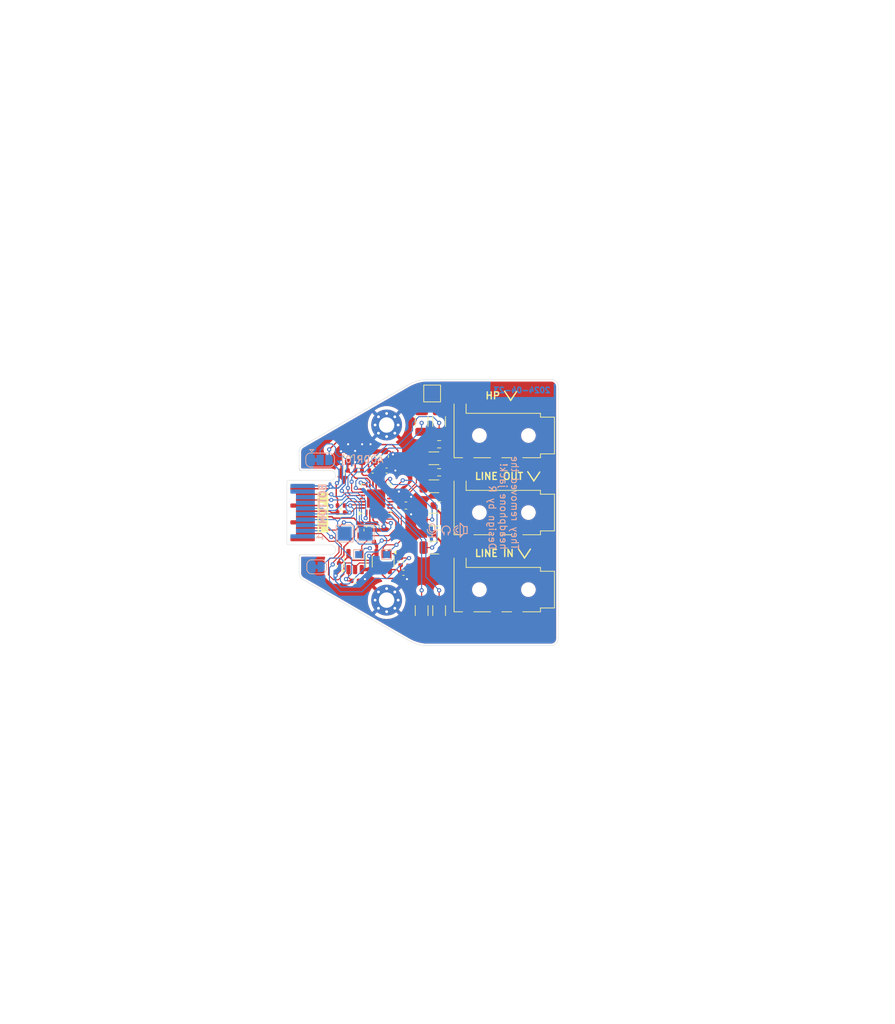
<source format=kicad_pcb>
(kicad_pcb (version 20240108) (generator "pcbnew") (generator_version "8.0")
  (layers (0 "F.Cu" signal) (31 "B.Cu" signal) (34 "B.Paste" user) (35 "F.Paste" user) (36 "B.SilkS" user "B.Silkscreen") (37 "F.SilkS" user "F.Silkscreen") (38 "B.Mask" user) (39 "F.Mask" user) (44 "Edge.Cuts" user))
  (net 0 "")
  (net 1 "Net-(U1-VREF)")
  (net 2 "GND")
  (net 3 "Net-(U1-ADCVREF)")
  (net 4 "/SDA")
  (net 5 "/SCL")
  (net 6 "Net-(U1-VMID)")
  (net 7 "+3.3V")
  (net 8 "Net-(U1-LOUT1)")
  (net 9 "Net-(C13-Pad2)")
  (net 10 "Net-(C14-Pad2)")
  (net 11 "Net-(U1-ROUT1)")
  (net 12 "Net-(U1-LOUT2)")
  (net 13 "Net-(C15-Pad2)")
  (net 14 "Net-(C16-Pad2)")
  (net 15 "/HEXP_DET")
  (net 16 "Net-(U1-ROUT2)")
  (net 17 "Net-(U1-LIN1)")
  (net 18 "/MIC_L")
  (net 19 "/MIC_R")
  (net 20 "Net-(U1-RIN1)")
  (net 21 "Net-(U1-LIN2)")
  (net 22 "/LINEIN_L")
  (net 23 "/LINEIN_R")
  (net 24 "Net-(U1-RIN2)")
  (net 26 "/SCLK")
  (net 27 "/LRCLK")
  (net 29 "/I2S_DATA_SHARED")
  (net 30 "/MCLK")
  (net 31 "/~{OUT_EN}")
  (net 32 "/~{MIC_EN}")
  (net 34 "/HP_L")
  (net 35 "/HP_R")
  (net 36 "/LINEOUT_R")
  (net 37 "/LINEOUT_L")
  (net 38 "Net-(JP2-C)")
  (net 40 "/DSDIN")
  (net 41 "/ASDOUT")
  (footprint "Resistor_SMD:R_0402_1005Metric" (layer "F.Cu") (at 106 100)
    (property "Reference" "R6" (hide yes))
    (property "Value" "10k")
  )
  (footprint "parts:hexpansion-edge-connector" (layer "F.Cu") (at 98.25 100)
    (property "Reference" "J1" (hide yes))
    (property "Value" "Hexpansion-Connector" (hide yes))
    (fp_line (start 0 4.4) (end 0 -4.4) (stroke (width 0.05)) (layer "Edge.Cuts"))
    (fp_line (start 6.25 -6) (end 2 -6) (stroke (width 0.05)) (layer "Edge.Cuts"))
    (fp_line (start 6.25 -4.6) (end 0.2 -4.6) (stroke (width 0.05)) (layer "Edge.Cuts"))
    (fp_line (start 6.25 4.6) (end 0.2 4.6) (stroke (width 0.05)) (layer "Edge.Cuts"))
    (fp_line (start 6.25 6) (end 2 6) (stroke (width 0.05)) (layer "Edge.Cuts"))
    (fp_arc (start 0 -4.4) (mid 0.058579 -4.541421) (end 0.2 -4.6) (stroke (width 0.05)) (layer "Edge.Cuts"))
    (fp_arc (start 0.2 4.6) (mid 0.058579 4.541421) (end 0 4.4) (stroke (width 0.05)) (layer "Edge.Cuts"))
    (fp_arc (start 6.25 -6) (mid 6.744975 -5.794975) (end 6.95 -5.3) (stroke (width 0.05)) (layer "Edge.Cuts"))
    (fp_arc (start 6.25 4.6) (mid 6.744975 4.805025) (end 6.95 5.3) (stroke (width 0.05)) (layer "Edge.Cuts"))
    (fp_arc (start 6.95 -5.3) (mid 6.744975 -4.805025) (end 6.25 -4.6) (stroke (width 0.05)) (layer "Edge.Cuts"))
    (fp_arc (start 6.95 5.3) (mid 6.744975 5.794975) (end 6.25 6) (stroke (width 0.05)) (layer "Edge.Cuts"))
  )
  (footprint "Capacitor_SMD:C_0402_1005Metric" (layer "F.Cu") (at 114.9 108.6)
    (property "Reference" "C22" (hide yes))
    (property "Value" "0.1 uF")
  )
  (footprint "Capacitor_SMD:C_1206_3216Metric" (layer "F.Cu") (at 117.5 114 90)
    (property "Reference" "C20" (hide yes))
    (property "Value" "1 uF")
  )
  (footprint "Capacitor_SMD:C_0603_1608Metric" (layer "F.Cu") (at 110.75 92 90)
    (property "Reference" "C6" (hide yes))
    (property "Value" "10 uF" (hide yes))
  )
  (footprint "Resistor_SMD:R_0603_1608Metric" (layer "F.Cu") (at 120 94.25)
    (property "Reference" "R2" (hide yes))
    (property "Value" "10")
  )
  (footprint "Connector_Audio:Jack_3.5mm_KoreanHropartsElec_PJ-320D-4A_Horizontal" (layer "F.Cu") (at 128 89 180)
    (property "Reference" "J2" (hide yes))
    (property "Value" "AudioJack4" (hide yes))
  )
  (footprint "Capacitor_SMD:C_1206_3216Metric" (layer "F.Cu") (at 119.25 92.25)
    (property "Reference" "C13" (hide yes))
    (property "Value" "47 uF")
  )
  (footprint "Capacitor_SMD:C_0402_1005Metric" (layer "F.Cu") (at 108.5 94 180)
    (property "Reference" "C3" (hide yes))
    (property "Value" "0.1 uF" (hide yes))
  )
  (footprint "Connector_Audio:Jack_3.5mm_KoreanHropartsElec_PJ-320D-4A_Horizontal" (layer "F.Cu") (at 128 111 180)
    (property "Reference" "J4" (hide yes))
    (property "Value" "AudioJack4" (hide yes))
  )
  (footprint "Capacitor_SMD:C_0603_1608Metric" (layer "F.Cu") (at 115.25 99)
    (property "Reference" "C1" (hide yes))
    (property "Value" "10 uF")
  )
  (footprint "Capacitor_SMD:C_1206_3216Metric" (layer "F.Cu") (at 120 114 90)
    (property "Reference" "C19" (hide yes))
    (property "Value" "1 uF")
  )
  (footprint "Package_TO_SOT_SMD:SOT-23-5" (layer "F.Cu") (at 112 107 -90)
    (property "Reference" "U2" (hide yes))
    (property "Value" "74LVC1G125")
  )
  (footprint "Resistor_SMD:R_0603_1608Metric" (layer "F.Cu") (at 120 99)
    (property "Reference" "R4" (hide yes))
    (property "Value" "10")
  )
  (footprint "MountingHole:MountingHole_2.2mm_M2_Pad_Via" (layer "F.Cu") (at 112.5 87.5)
    (property "Reference" "H2" (hide yes))
    (property "Value" "MountingHole_Pad" (hide yes))
  )
  (footprint "Capacitor_SMD:C_0402_1005Metric" (layer "F.Cu") (at 111 102 -90)
    (property "Reference" "C12" (hide yes))
    (property "Value" "0.1 uF")
  )
  (footprint "Capacitor_SMD:C_0603_1608Metric" (layer "F.Cu") (at 109 92 90)
    (property "Reference" "C2" (hide yes))
    (property "Value" "10 uF" (hide yes))
  )
  (footprint "Connector_Audio:Jack_3.5mm_KoreanHropartsElec_PJ-320D-4A_Horizontal" (layer "F.Cu") (at 128 100 180)
    (property "Reference" "J3" (hide yes))
    (property "Value" "AudioJack4" (hide yes))
  )
  (footprint "Capacitor_SMD:C_1206_3216Metric" (layer "F.Cu") (at 119.25 105)
    (property "Reference" "C16" (hide yes))
    (property "Value" "1 uF")
  )
  (footprint "Capacitor_SMD:C_0603_1608Metric" (layer "F.Cu") (at 108.75 102.5 -90)
    (property "Reference" "C10" (hide yes))
    (property "Value" "10 uF")
  )
  (footprint "Resistor_SMD:R_0603_1608Metric" (layer "F.Cu") (at 120 90.25)
    (property "Reference" "R1" (hide yes))
    (property "Value" "10")
  )
  (footprint "parts:QFN-28-1EP_4x4mm_P0.45mm_EP2.6x2.6mm" (layer "F.Cu") (at 111 98 90)
    (property "Reference" "U1" (hide yes))
    (property "Value" "ES8388")
  )
  (footprint "Package_TO_SOT_SMD:SOT-23-5" (layer "F.Cu") (at 108 107 90)
    (property "Reference" "U3" (hide yes))
    (property "Value" "74LVC1G125")
  )
  (footprint "Resistor_SMD:R_0603_1608Metric" (layer "F.Cu") (at 120 103)
    (property "Reference" "R3" (hide yes))
    (property "Value" "10")
  )
  (footprint "Capacitor_SMD:C_1206_3216Metric" (layer "F.Cu") (at 119.25 101)
    (property "Reference" "C15" (hide yes))
    (property "Value" "1 uF")
  )
  (footprint "Resistor_SMD:R_0402_1005Metric" (layer "F.Cu") (at 108 109.75)
    (property "Reference" "R8" (hide yes))
    (property "Value" "10k")
  )
  (footprint "Capacitor_SMD:C_0402_1005Metric" (layer "F.Cu") (at 110.5 94 180)
    (property "Reference" "C7" (hide yes))
    (property "Value" "0.1 uF" (hide yes))
  )
  (footprint "Capacitor_SMD:C_1206_3216Metric" (layer "F.Cu") (at 117.5 87 -90)
    (property "Reference" "C18" (hide yes))
    (property "Value" "1 uF")
  )
  (footprint "Capacitor_SMD:C_0402_1005Metric" (layer "F.Cu") (at 112.5 94)
    (property "Reference" "C9" (hide yes))
    (property "Value" "0.1 uF" (hide yes))
  )
  (footprint "Capacitor_SMD:C_0603_1608Metric" (layer "F.Cu") (at 107 92 90)
    (property "Reference" "C4" (hide yes))
    (property "Value" "10 uF")
  )
  (footprint "Resistor_SMD:R_0402_1005Metric" (layer "F.Cu") (at 114.5 107 90)
    (property "Reference" "R7" (hide yes))
    (property "Value" "10k")
  )
  (footprint "Capacitor_SMD:C_0402_1005Metric" (layer "F.Cu") (at 106.48 94 180)
    (property "Reference" "C5" (hide yes))
    (property "Value" "0.1 uF")
  )
  (footprint "Capacitor_SMD:C_0402_1005Metric" (layer "F.Cu") (at 105.7 107.7 -90)
    (property "Reference" "C21" (hide yes))
    (property "Value" "0.1 uF")
  )
  (footprint "Resistor_SMD:R_0402_1005Metric" (layer "F.Cu") (at 106 99)
    (property "Reference" "R5" (hide yes))
    (property "Value" "10k")
  )
  (footprint "Capacitor_SMD:C_1206_3216Metric" (layer "F.Cu") (at 120 87 -90)
    (property "Reference" "C17" (hide yes))
    (property "Value" "1 uF")
  )
  (footprint "TestPoint:TestPoint_Pad_2.0x2.0mm" (layer "F.Cu") (at 119 83)
    (property "Reference" "TP1" (hide yes))
    (property "Value" "MIC_R")
  )
  (footprint "Capacitor_SMD:C_0603_1608Metric" (layer "F.Cu") (at 112.25 92 90)
    (property "Reference" "C8" (hide yes))
    (property "Value" "10 uF" (hide yes))
  )
  (footprint "Capacitor_SMD:C_0402_1005Metric" (layer "F.Cu") (at 110 102 -90)
    (property "Reference" "C11" (hide yes))
    (property "Value" "0.1 uF")
  )
  (footprint "MountingHole:MountingHole_2.2mm_M2_Pad_Via" (layer "F.Cu") (at 112.5 112.5)
    (property "Reference" "H1" (hide yes))
    (property "Value" "MountingHole_Pad" (hide yes))
  )
  (footprint "Capacitor_SMD:C_1206_3216Metric" (layer "F.Cu") (at 119.25 96.25)
    (property "Reference" "C14" (hide yes))
    (property "Value" "47 uF")
  )
  (footprint "TestPoint:TestPoint_Pad_2.0x2.0mm" (layer "B.Cu") (at 106.5 103 -90)
    (property "Reference" "TP3" (hide yes))
    (property "Value" "SDA")
  )
  (footprint "TestPoint:TestPoint_Pad_1.0x1.0mm" (layer "B.Cu") (at 108.5 106 -90)
    (property "Reference" "TP5" (hide yes))
    (property "Value" "DSDIN")
  )
  (footprint "TestPoint:TestPoint_Pad_2.0x2.0mm" (layer "B.Cu") (at 109.5 103 180)
    (property "Reference" "TP2" (hide yes))
    (property "Value" "SCL")
  )
  (footprint "Jumper:SolderJumper-2_P1.3mm_Bridged_RoundedPad1.0x1.5mm" (layer "B.Cu") (at 102.5 107.75 180)
    (property "Reference" "JP1" (hide yes))
    (property "Value" "SolderJumper_2_Bridged" (hide yes))
  )
  (footprint "TestPoint:TestPoint_Pad_1.0x1.0mm" (layer "B.Cu") (at 112.5 106 -90)
    (property "Reference" "TP4" (hide yes))
    (property "Value" "ASDOUT")
  )
  (footprint "Jumper:SolderJumper-3_P1.3mm_Bridged12_RoundedPad1.0x1.5mm" (layer "B.Cu") (at 103 92.5)
    (property "Reference" "JP2" (hide yes))
    (property "Value" "ADDR_LSB0" (hide yes))
  )
  (gr_arc (start 118.6 102) (mid 119 101.6) (end 119.4 102) (stroke (width 0.15)) (layer "B.SilkS"))
  (gr_line (start 123 103.5) (end 123 101.5) (stroke (width 0.15)) (layer "B.SilkS"))
  (gr_line (start 118.6 102) (end 118.6 102.4) (stroke (width 0.15)) (layer "B.SilkS"))
  (gr_arc (start 119.7 102.4) (mid 119 103.1) (end 118.3 102.4) (stroke (width 0.15)) (layer "B.SilkS"))
  (gr_arc (start 120.7 103) (mid 121 101.916905) (end 121.3 103) (stroke (width 0.15)) (layer "B.SilkS"))
  (gr_line (start 119.4 102) (end 119.4 102.4) (stroke (width 0.15)) (layer "B.SilkS"))
  (gr_line (start 120.7 103.2) (end 120.7 102.8) (stroke (width 0.15)) (layer "B.SilkS"))
  (gr_line (start 124 103) (end 123.5 103) (stroke (width 0.15)) (layer "B.SilkS"))
  (gr_line (start 119.5 103.5) (end 118.5 103.5) (stroke (width 0.15)) (layer "B.SilkS"))
  (gr_line (start 124 102) (end 124 103) (stroke (width 0.15)) (layer "B.SilkS"))
  (gr_line (start 121.3 103.2) (end 121.3 102.8) (stroke (width 0.15)) (layer "B.SilkS"))
  (gr_arc (start 122.7 103.1) (mid 122.1 102.5) (end 122.7 101.9) (stroke (width 0.15)) (layer "B.SilkS"))
  (gr_line (start 123.5 102) (end 123.5 103) (stroke (width 0.15)) (layer "B.SilkS"))
  (gr_line (start 123 101.5) (end 123.5 102) (stroke (width 0.15)) (layer "B.SilkS"))
  (gr_arc (start 122.7 102.8) (mid 122.4 102.5) (end 122.7 102.2) (stroke (width 0.15)) (layer "B.SilkS"))
  (gr_line (start 123.5 102) (end 124 102) (stroke (width 0.15)) (layer "B.SilkS"))
  (gr_arc (start 119.4 102.4) (mid 119 102.8) (end 118.6 102.4) (stroke (width 0.15)) (layer "B.SilkS"))
  (gr_line (start 123.5 103) (end 123 103.5) (stroke (width 0.15)) (layer "B.SilkS"))
  (gr_line (start 119 103.1) (end 119 103.5) (stroke (width 0.15)) (layer "B.SilkS"))
  (gr_line (start 100.5 90.473725) (end 115.499995 81.813472) (stroke (width 0.05)) (layer "Edge.Cuts"))
  (gr_arc (start 100.25 94) (mid 100.073223 93.926777) (end 100 93.75) (stroke (width 0.1)) (layer "Edge.Cuts"))
  (gr_arc (start 136 81) (mid 136.707107 81.292893) (end 137 82) (stroke (width 0.05)) (layer "Edge.Cuts"))
  (gr_line (start 100.5 109.526269) (end 115.499995 118.186522) (stroke (width 0.05)) (layer "Edge.Cuts"))
  (gr_arc (start 118 119) (mid 116.705453 118.730159) (end 115.499996 118.186523) (stroke (width 0.05)) (layer "Edge.Cuts"))
  (gr_line (start 137 82) (end 137 118) (stroke (width 0.05)) (layer "Edge.Cuts"))
  (gr_line (start 100 93.75) (end 100 91.33975) (stroke (width 0.05)) (layer "Edge.Cuts"))
  (gr_line (start 136 81) (end 118 81) (stroke (width 0.05)) (layer "Edge.Cuts"))
  (gr_arc (start 115.499996 81.813477) (mid 116.705453 81.269842) (end 118 81) (stroke (width 0.05)) (layer "Edge.Cuts"))
  (gr_arc (start 100 91.33975) (mid 100.133975 90.83975) (end 100.5 90.473725) (stroke (width 0.05)) (layer "Edge.Cuts"))
  (gr_line (start 100 106.25) (end 100 108.660243) (stroke (width 0.05)) (layer "Edge.Cuts"))
  (gr_arc (start 100 106.25) (mid 100.073223 106.073223) (end 100.25 106) (stroke (width 0.1)) (layer "Edge.Cuts"))
  (gr_line (start 118 119) (end 136 119) (stroke (width 0.05)) (layer "Edge.Cuts"))
  (gr_arc (start 100.5 109.526269) (mid 100.133975 109.160243) (end 100 108.660243) (stroke (width 0.05)) (layer "Edge.Cuts"))
  (gr_arc (start 137 118) (mid 136.707107 118.707107) (end 136 119) (stroke (width 0.05)) (layer "Edge.Cuts"))
  (gr_text "2024-04-23" (at 136 83 0) (layer "B.Cu") (effects (font (size 0.8 0.8) (thickness 0.2)) (justify left bottom mirror)))
  (gr_text "ADDR[0]" (at 105.8 93 0) (layer "B.SilkS") (effects (font (size 1 1)) (justify right bottom mirror)))
  (gr_text "They removed the\nheadphone jack!\nDesign by R" (at 127 105.4 270) (layer "B.SilkS") (effects (font (size 1 1)) (justify left bottom mirror)))
  (gr_text "LINE OUT \\/" (at 125 95.4 0) (layer "F.SilkS") (effects (font (size 1 1) (thickness 0.2)) (justify left bottom)))
  (gr_text "LINE IN \\/" (at 125 106.4 0) (layer "F.SilkS") (effects (font (size 1 1) (thickness 0.2) (bold yes)) (justify left bottom)))
  (gr_text "HP \\/" (at 126.5 83.9 0) (layer "F.SilkS") (effects (font (size 1 1) (thickness 0.2) (bold yes)) (justify left bottom)))
  (segment (start 112.9625 98.45) (end 113.925 98.45) (width 0.2) (layer "F.Cu") (net 1))
  (segment (start 113.925 98.45) (end 114.475 99) (width 0.2) (layer "F.Cu") (net 1))
  (segment (start 111 99.9625) (end 111 98) (width 0.2) (layer "F.Cu") (net 2))
  (segment (start 110.2 90.675) (end 110.2 90.25) (width 0.2) (layer "F.Cu") (net 2))
  (segment (start 111 96.0375) (end 111 95.334314) (width 0.2) (layer "F.Cu") (net 2))
  (segment (start 106 91.25) (end 106 92.8) (width 0.2) (layer "F.Cu") (net 2))
  (segment (start 109.9 92.075) (end 109.9 93.4) (width 0.2) (layer "F.Cu") (net 2))
  (segment (start 112.925 91.225) (end 112.25 91.225) (width 0.2) (layer "F.Cu") (net 2))
  (segment (start 110.75 91.225) (end 109.9 92.075) (width 0.2) (layer "F.Cu") (net 2))
  (segment (start 112.9625 97.1) (end 114.15 97.1) (width 0.2) (layer "F.Cu") (net 2))
  (segment (start 112.1 102) (end 112.1 101.63033) (width 0.2) (layer "F.Cu") (net 2))
  (segment (start 100.5 101.4) (end 98.9 101.4) (width 0.2) (layer "F.Cu") (net 2))
  (segment (start 110 106.2) (end 110.3 106.2) (width 0.2) (layer "F.Cu") (net 2))
  (segment (start 99.709448 101.4) (end 100.5 101.4) (width 0.2) (layer "F.Cu") (net 2))
  (segment (start 98.9 103.8) (end 100.5 103.8) (width 0.2) (layer "F.Cu") (net 2))
  (segment (start 111 100.53033) (end 111 99.9625) (width 0.2) (layer "F.Cu") (net 2))
  (segment (start 109.225 102.8) (end 109.68 102.8) (width 0.2) (layer "F.Cu") (net 2))
  (segment (start 104.5 96.3) (end 104.2 96.6) (width 0.2) (layer "F.Cu") (net 2))
  (segment (start 111.9 97.1) (end 111 98) (width 0.2) (layer "F.Cu") (net 2))
  (segment (start 111 96.0375) (end 111 98) (width 0.2) (layer "F.Cu") (net 2))
  (segment (start 108.02 92.82) (end 108.02 94) (width 0.2) (layer "F.Cu") (net 2))
  (segment (start 100.5 99) (end 104.5 99) (width 0.2) (layer "F.Cu") (net 2))
  (segment (start 104.5 99) (end 104.6 99.1) (width 0.2) (layer "F.Cu") (net 2))
  (segment (start 109 91.225) (end 109 90.25) (width 0.2) (layer "F.Cu") (net 2))
  (segment (start 107 91.225) (end 107 90.25) (width 0.2) (layer "F.Cu") (net 2))
  (segment (start 108.75 103.275) (end 109.225 102.8) (width 0.2) (layer "F.Cu") (net 2))
  (segment (start 109.9 93.4) (end 110.02 93.52) (width 0.2) (layer "F.Cu") (net 2))
  (segment (start 114.15 97.1) (end 114.25 97) (width 0.2) (layer "F.Cu") (net 2))
  (segment (start 108 92.8) (end 108.02 92.82) (width 0.2) (layer "F.Cu") (net 2))
  (segment (start 109.68 102.8) (end 110 102.48) (width 0.2) (layer "F.Cu") (net 2))
  (segment (start 105.2 109) (end 105.7 108.5) (width 0.2) (layer "F.Cu") (net 2))
  (segment (start 110.02 93.52) (end 110.02 94) (width 0.2) (layer "F.Cu") (net 2))
  (segment (start 113.4 91.7) (end 112.925 91.225) (width 0.2) (layer "F.Cu") (net 2))
  (segment (start 110.75 91.225) (end 110.2 90.675) (width 0.2) (layer "F.Cu") (net 2))
  (segment (start 110.6375 105.8625) (end 111.05 105.8625) (width 0.2) (layer "F.Cu") (net 2))
  (segment (start 110.3 106.2) (end 110.6375 105.8625) (width 0.2) (layer "F.Cu") (net 2))
  (segment (start 108 91.2) (end 108 92.8) (width 0.2) (layer "F.Cu") (net 2))
  (segment (start 111 95.334314) (end 110.02 94.354314) (width 0.2) (layer "F.Cu") (net 2))
  (segment (start 106 94) (end 106 92.8) (width 0.2) (layer "F.Cu") (net 2))
  (segment (start 110.02 94.354314) (end 110.02 94) (width 0.2) (layer "F.Cu") (net 2))
  (segment (start 112.1 101.63033) (end 111 100.53033) (width 0.2) (layer "F.Cu") (net 2))
  (segment (start 104.2 96.6) (end 100.5 96.6) (width 0.2) (layer "F.Cu") (net 2))
  (segment (start 105.7 108.5) (end 105.7 108.18) (width 0.2) (layer "F.Cu") (net 2))
  (segment (start 112.9625 97.1) (end 111.9 97.1) (width 0.2) (layer "F.Cu") (net 2))
  (via (at 113.75 94) (size 0.6) (drill 0.3) (layers "F.Cu" "B.Cu") (net 2))
  (via (at 113.4 91.7) (size 0.6) (drill 0.3) (layers "F.Cu" "B.Cu") (net 2))
  (via (at 109 90.25) (size 0.6) (drill 0.3) (layers "F.Cu" "B.Cu") (net 2))
  (via (at 114.25 97) (size 0.6) (drill 0.3) (layers "F.Cu" "B.Cu") (net 2))
  (via (at 108 92.8) (size 0.6) (drill 0.3) (layers "F.Cu" "B.Cu") (net 2))
  (via (at 106 91.25) (size 0.6) (drill 0.3) (layers "F.Cu" "B.Cu") (net 2))
  (via (at 107 90.25) (size 0.6) (drill 0.3) (layers "F.Cu" "B.Cu") (net 2))
  (via (at 116 100.25) (size 0.6) (drill 0.3) (layers "F.Cu" "B.Cu") (net 2))
  (via (at 104.6 99.1) (size 0.6) (drill 0.3) (layers "F.Cu" "B.Cu") (net 2))
  (via (at 106 92.8) (size 0.6) (drill 0.3) (layers "F.Cu" "B.Cu") (net 2))
  (via (at 109.4 109.5) (size 0.6) (drill 0.3) (layers "F.Cu" "B.Cu") (net 2))
  (via (at 112.1 102) (size 0.6) (drill 0.3) (layers "F.Cu" "B.Cu") (net 2))
  (via (at 104.5 96.3) (size 0.6) (drill 0.3) (layers "F.Cu" "B.Cu") (net 2))
  (via (at 110.2 90.25) (size 0.6) (drill 0.3) (layers "F.Cu" "B.Cu") (net 2))
  (via (at 116 97.75) (size 0.6) (drill 0.3) (layers "F.Cu" "B.Cu") (net 2))
  (via (at 105.2 109) (size 0.6) (drill 0.3) (layers "F.Cu" "B.Cu") (net 2))
  (via (at 110 106.2) (size 0.6) (drill 0.3) (layers "F.Cu" "B.Cu") (net 2))
  (via (at 115.4 109.5) (size 0.6) (drill 0.3) (layers "F.Cu" "B.Cu") (net 2))
  (via (at 108 91.2) (size 0.6) (drill 0.3) (layers "F.Cu" "B.Cu") (net 2))
  (segment (start 105 96.5) (end 105.6 96.5) (width 0.2) (layer "B.Cu") (net 2))
  (segment (start 104.5 96.3) (end 104.8 96.3) (width 0.2) (layer "B.Cu") (net 2))
  (segment (start 103.8 97) (end 103.8 98.4) (width 0.2) (layer "B.Cu") (net 2))
  (segment (start 112.1 102) (end 112.1 101.1) (width 0.2) (layer "B.Cu") (net 2))
  (segment (start 105.2 109) (end 105.2 109.8) (width 0.2) (layer "B.Cu") (net 2))
  (segment (start 105.6 96.5) (end 106.2 95.9) (width 0.2) (layer "B.Cu") (net 2))
  (segment (start 113.224265 100.6) (end 114.3 101.675735) (width 0.2) (layer "B.Cu") (net 2))
  (segment (start 104.5 99.1) (end 104.6 99.1) (width 0.2) (layer "B.Cu") (net 2))
  (segment (start 104.5 96.3) (end 103.8 97) (width 0.2) (layer "B.Cu") (net 2))
  (segment (start 104.5 96.3) (end 104.4 96.2) (width 0.2) (layer "B.Cu") (net 2))
  (segment (start 112.1 101.1) (end 112.6 100.6) (width 0.2) (layer "B.Cu") (net 2))
  (segment (start 106 110.6) (end 108.3 110.6) (width 0.2) (layer "B.Cu") (net 2))
  (segment (start 105.2 109.8) (end 106 110.6) (width 0.2) (layer "B.Cu") (net 2))
  (segment (start 112.6 100.6) (end 113.224265 100.6) (width 0.2) (layer "B.Cu") (net 2))
  (segment (start 104.8 96.3) (end 105 96.5) (width 0.2) (layer "B.Cu") (net 2))
  (segment (start 114.3 101.675735) (end 114.3 101.851471) (width 0.2) (layer "B.Cu") (net 2))
  (segment (start 106.2 95.9) (end 106.2 93) (width 0.2) (layer "B.Cu") (net 2))
  (segment (start 106.2 93) (end 106 92.8) (width 0.2) (layer "B.Cu") (net 2))
  (segment (start 108.3 110.6) (end 109.4 109.5) (width 0.2) (layer "B.Cu") (net 2))
  (segment (start 104.4 96.2) (end 100.5 96.2) (width 0.2) (layer "B.Cu") (net 2))
  (segment (start 103.8 98.4) (end 104.5 99.1) (width 0.2) (layer "B.Cu") (net 2))
  (segment (start 109.8 94.7) (end 109.2 94.7) (width 0.2) (layer "F.Cu") (net 3))
  (segment (start 108.98 94) (end 108.98 92.795) (width 0.2) (layer "F.Cu") (net 3))
  (segment (start 109.2 94.7) (end 108.98 94.48) (width 0.2) (layer "F.Cu") (net 3))
  (segment (start 108.98 92.795) (end 109 92.775) (width 0.2) (layer "F.Cu") (net 3))
  (segment (start 108.98 94.48) (end 108.98 94) (width 0.2) (layer "F.Cu") (net 3))
  (segment (start 110.55 95.45) (end 109.8 94.7) (width 0.2) (layer "F.Cu") (net 3))
  (segment (start 110.55 96.0375) (end 110.55 95.45) (width 0.2) (layer "F.Cu") (net 3))
  (segment (start 107.4 98.9) (end 107.3 99) (width 0.15) (layer "F.Cu") (net 4))
  (segment (start 109.0375 98.9) (end 107.4 98.9) (width 0.15) (layer "F.Cu") (net 4))
  (segment (start 107.3 99) (end 106.51 99) (width 0.15) (layer "F.Cu") (net 4))
  (via (at 107.3 99) (size 0.6) (drill 0.3) (layers "F.Cu" "B.Cu") (net 4))
  (segment (start 106.1 100.7) (end 105.5 101.3) (width 0.15) (layer "B.Cu") (net 4))
  (segment (start 106.5 103) (end 105.5 102) (width 0.15) (layer "B.Cu") (net 4))
  (segment (start 107.8 100.3) (end 107.4 100.7) (width 0.15) (layer "B.Cu") (net 4))
  (segment (start 107.3 99) (end 107.8 99.5) (width 0.15) (layer "B.Cu") (net 4))
  (segment (start 107.8 99.5) (end 107.8 100.3) (width 0.15) (layer "B.Cu") (net 4))
  (segment (start 100.9 101) (end 105.2 101) (width 0.15) (layer "B.Cu") (net 4))
  (segment (start 105.5 102) (end 105.5 101.3) (width 0.15) (layer "B.Cu") (net 4))
  (segment (start 107.4 100.7) (end 106.1 100.7) (width 0.15) (layer "B.Cu") (net 4))
  (segment (start 105.5 101.3) (end 105.2 101) (width 0.15) (layer "B.Cu") (net 4))
  (segment (start 107.4 100) (end 108.05 99.35) (width 0.15) (layer "F.Cu") (net 5))
  (segment (start 108.05 99.35) (end 109.0375 99.35) (width 0.15) (layer "F.Cu") (net 5))
  (segment (start 107.2 100) (end 107.4 100) (width 0.15) (layer "F.Cu") (net 5))
  (segment (start 107.2 100) (end 106.51 100) (width 0.15) (layer "F.Cu") (net 5))
  (via (at 107.2 100) (size 0.6) (drill 0.3) (layers "F.Cu" "B.Cu") (net 5))
  (segment (start 107.7 98.4) (end 108.2 98.9) (width 0.15) (layer "B.Cu") (net 5))
  (segment (start 108.2 98.9) (end 108.2 101.7) (width 0.15) (layer "B.Cu") (net 5))
  (segment (start 107.1 98.4) (end 107.7 98.4) (width 0.15) (layer "B.Cu") (net 5))
  (segment (start 107 100.2) (end 100.9 100.2) (width 0.15) (layer "B.Cu") (net 5))
  (segment (start 106.7 99.5) (end 106.7 98.8) (width 0.15) (layer "B.Cu") (net 5))
  (segment (start 108.2 101.7) (end 109.5 103) (width 0.15) (layer "B.Cu") (net 5))
  (segment (start 106.7 98.8) (end 107.1 98.4) (width 0.15) (layer "B.Cu") (net 5))
  (segment (start 107.2 100) (end 107 100.2) (width 0.15) (layer "B.Cu") (net 5))
  (segment (start 107.2 100) (end 106.7 99.5) (width 0.15) (layer "B.Cu") (net 5))
  (segment (start 109.705026 95.1) (end 108.06 95.1) (width 0.2) (layer "F.Cu") (net 6))
  (segment (start 108.06 95.1) (end 106.96 94) (width 0.2) (layer "F.Cu") (net 6))
  (segment (start 106.96 92.815) (end 107 92.775) (width 0.2) (layer "F.Cu") (net 6))
  (segment (start 110.1 96.0375) (end 110.1 95.494974) (width 0.2) (layer "F.Cu") (net 6))
  (segment (start 110.1 95.494974) (end 109.705026 95.1) (width 0.2) (layer "F.Cu") (net 6))
  (segment (start 106.96 94) (end 106.96 92.815) (width 0.2) (layer "F.Cu") (net 6))
  (segment (start 104.4 99.8) (end 104.6 100) (width 0.2) (layer "F.Cu") (net 7))
  (segment (start 111.2 90.3) (end 113.3 90.3) (width 0.2) (layer "F.Cu") (net 7))
  (segment (start 113.3 90.3) (end 114.1 91.1) (width 0.2) (layer "F.Cu") (net 7))
  (segment (start 110.75 93.35) (end 110.75 92.775) (width 0.2) (layer "F.Cu") (net 7))
  (segment (start 107.9 103.4) (end 106.4 104.9) (width 0.2) (layer "F.Cu") (net 7))
  (segment (start 114.1 91.1) (end 114.1 92.2) (width 0.2) (layer "F.Cu") (net 7))
  (segment (start 111.040552 106.825) (end 111.9 107.684448) (width 0.2) (layer "F.Cu") (net 7))
  (segment (start 106.08 107.22) (end 107.05 106.25) (width 0.2) (layer "F.Cu") (net 7))
  (segment (start 110.1 99.9625) (end 110.1 101.42) (width 0.2) (layer "F.Cu") (net 7))
  (segment (start 107.05 106.25) (end 107.05 105.8625) (width 0.2) (layer "F.Cu") (net 7))
  (segment (start 105.7 106.8) (end 105.7 107.22) (width 0.2) (layer "F.Cu") (net 7))
  (segment (start 104.7 100.6) (end 104.9 100.8) (width 0.2) (layer "F.Cu") (net 7))
  (segment (start 112.4 109.4) (end 113.62 109.4) (width 0.2) (layer "F.Cu") (net 7))
  (segment (start 110.98 94) (end 110.98 93.58) (width 0.2) (layer "F.Cu") (net 7))
  (segment (start 110.1 101.42) (end 110 101.52) (width 0.2) (layer "F.Cu") (net 7))
  (segment (start 110 101.52) (end 109.58 101.52) (width 0.2) (layer "F.Cu") (net 7))
  (segment (start 110.4 89.5) (end 111.2 90.3) (width 0.2) (layer "F.Cu") (net 7))
  (segment (start 109.375 101.725) (end 108.75 101.725) (width 0.2) (layer "F.Cu") (net 7))
  (segment (start 111.9 108.9) (end 112.4 109.4) (width 0.2) (layer "F.Cu") (net 7))
  (segment (start 114.5 107.51) (end 114.5 108.52) (width 0.2) (layer "F.Cu") (net 7))
  (segment (start 105.49 97.99) (end 105.3 97.8) (width 0.2) (layer "F.Cu") (net 7))
  (segment (start 109.58 101.52) (end 109.375 101.725) (width 0.2) (layer "F.Cu") (net 7))
  (segment (start 105.3 95.902733) (end 105.3 97.8) (width 0.2) (layer "F.Cu") (net 7))
  (segment (start 113.62 109.4) (end 114.42 108.6) (width 0.2) (layer "F.Cu") (net 7))
  (segment (start 114.1 92.2) (end 113.525 92.775) (width 0.2) (layer "F.Cu") (net 7))
  (segment (start 112.25 93.35) (end 112.25 92.775) (width 0.2) (layer "F.Cu") (net 7))
  (segment (start 112.95 108.1375) (end 113.9575 108.1375) (width 0.2) (layer "F.Cu") (net 7))
  (segment (start 113.9575 108.1375) (end 114.42 108.6) (width 0.2) (layer "F.Cu") (net 7))
  (segment (start 107.9 102.575) (end 107.9 103.4) (width 0.2) (layer "F.Cu") (net 7))
  (segment (start 111.45 96.0375) (end 111.45 95.15) (width 0.2) (layer "F.Cu") (net 7))
  (segment (start 100.9 99.8) (end 100.9 100.6) (width 0.2) (layer "F.Cu") (net 7))
  (segment (start 104.6 100) (end 105.49 100) (width 0.2) (layer "F.Cu") (net 7))
  (segment (start 105.7 107.22) (end 106.08 107.22) (width 0.2) (layer "F.Cu") (net 7))
  (segment (start 107.05 106.25) (end 107.625 106.825) (width 0.2) (layer "F.Cu") (net 7))
  (segment (start 111.9 96.0375) (end 111.9 95) (width 0.2) (layer "F.Cu") (net 7))
  (segment (start 108.75 101.725) (end 107.9 102.575) (width 0.2) (layer "F.Cu") (net 7))
  (segment (start 110 101.52) (end 111 101.52) (width 0.2) (layer "F.Cu") (net 7))
  (segment (start 110.55 99.9625) (end 110.55 101.07) (width 0.2) (layer "F.Cu") (net 7))
  (segment (start 112.02 93.58) (end 112.25 93.35) (width 0.2) (layer "F.Cu") (net 7))
  (segment (start 112.02 94.88) (end 112.02 94) (width 0.2) (layer "F.Cu") (net 7))
  (segment (start 100.9 100.6) (end 104.7 100.6) (width 0.2) (layer "F.Cu") (net 7))
  (segment (start 113.525 92.775) (end 112.25 92.775) (width 0.2) (layer "F.Cu") (net 7))
  (segment (start 110.55 101.07) (end 111 101.52) (width 0.2) (layer "F.Cu") (net 7))
  (segment (start 105.402733 95.8) (end 105.3 95.902733) (width 0.2) (layer "F.Cu") (net 7))
  (segment (start 106.4 104.9) (end 106.4 106.1) (width 0.2) (layer "F.Cu") (net 7))
  (segment (start 100.9 99.8) (end 104.4 99.8) (width 0.2) (layer "F.Cu") (net 7))
  (segment (start 110.98 94.68) (end 110.98 94) (width 0.2) (layer "F.Cu") (net 7))
  (segment (start 107.625 106.825) (end 111.040552 106.825) (width 0.2) (layer "F.Cu") (net 7))
  (segment (start 104.3 91) (end 105.8 89.5) (width 0.2) (layer "F.Cu") (net 7))
  (segment (start 110.98 93.58) (end 110.75 93.35) (width 0.2) (layer "F.Cu") (net 7))
  (segment (start 105.8 89.5) (end 110.4 89.5) (width 0.2) (layer "F.Cu") (net 7))
  (segment (start 105.49 100) (end 105.49 99) (width 0.2) (layer "F.Cu") (net 7))
  (segment (start 111.9 95) (end 112.02 94.88) (width 0.2) (layer "F.Cu") (net 7))
  (segment (start 106.4 106.1) (end 105.7 106.8) (width 0.2) (layer "F.Cu") (net 7))
  (segment (start 112.25 92.775) (end 110.75 92.775) (width 0.2) (layer "F.Cu") (net 7))
  (segment (start 104.9 100.8) (end 107.825 100.8) (width 0.2) (layer "F.Cu") (net 7))
  (segment (start 111.9 107.684448) (end 111.9 108.9) (width 0.2) (layer "F.Cu") (net 7))
  (segment (start 112.02 94) (end 112.02 93.58) (width 0.2) (layer "F.Cu") (net 7))
  (segment (start 111.45 95.15) (end 110.98 94.68) (width 0.2) (layer "F.Cu") (net 7))
  (segment (start 105.49 99) (end 105.49 97.99) (width 0.2) (layer "F.Cu") (net 7))
  (segment (start 114.5 108.52) (end 114.42 108.6) (width 0.2) (layer "F.Cu") (net 7))
  (segment (start 107.825 100.8) (end 108.75 101.725) (width 0.2) (layer "F.Cu") (net 7))
  (via (at 104.3 91) (size 0.6) (drill 0.3) (layers "F.Cu" "B.Cu") (net 7))
  (via (at 105.402733 95.8) (size 0.6) (drill 0.3) (layers "F.Cu" "B.Cu") (net 7))
  (segment (start 104.3 92.5) (end 104.3 91) (width 0.2) (layer "B.Cu") (net 7))
  (segment (start 105.402733 95.8) (end 105.7 95.502733) (width 0.2) (layer "B.Cu") (net 7))
  (segment (start 105.7 95.502733) (end 105.7 93.9) (width 0.2) (layer "B.Cu") (net 7))
  (segment (start 105.7 93.9) (end 104.3 92.5) (width 0.2) (layer "B.Cu") (net 7))
  (segment (start 112.9875 97.575) (end 114.925 97.575) (width 0.15) (layer "F.Cu") (net 8))
  (segment (start 116.75 94.875) (end 117.775 93.85) (width 0.15) (layer "F.Cu") (net 8))
  (segment (start 114.925 97.575) (end 116.75 95.75) (width 0.15) (layer "F.Cu") (net 8))
  (segment (start 116.75 95.75) (end 116.75 94.875) (width 0.15) (layer "F.Cu") (net 8))
  (segment (start 117.775 93.85) (end 117.775 92.25) (width 0.15) (layer "F.Cu") (net 8))
  (segment (start 112.9625 97.55) (end 112.9875 97.575) (width 0.15) (layer "F.Cu") (net 8))
  (segment (start 119.175 90.275) (end 120.725 91.825) (width 0.3) (layer "F.Cu") (net 9))
  (segment (start 120.725 91.825) (end 120.725 92.25) (width 0.3) (layer "F.Cu") (net 9))
  (segment (start 119.175 90.25) (end 119.175 90.275) (width 0.3) (layer "F.Cu") (net 9))
  (segment (start 119.175 94.25) (end 119.175 94.275) (width 0.3) (layer "F.Cu") (net 10))
  (segment (start 120.725 95.825) (end 120.725 96.25) (width 0.3) (layer "F.Cu") (net 10))
  (segment (start 119.175 94.275) (end 120.725 95.825) (width 0.3) (layer "F.Cu") (net 10))
  (segment (start 116.686827 96.25) (end 117.775 96.25) (width 0.15) (layer "F.Cu") (net 11))
  (segment (start 114.936827 98) (end 116.686827 96.25) (width 0.15) (layer "F.Cu") (net 11))
  (segment (start 112.9625 98) (end 114.936827 98) (width 0.15) (layer "F.Cu") (net 11))
  (segment (start 112.35 95.55) (end 112.7 95.2) (width 0.15) (layer "F.Cu") (net 12))
  (segment (start 119 101) (end 117.775 101) (width 0.15) (layer "F.Cu") (net 12))
  (segment (start 112.7 95.2) (end 113 95.2) (width 0.15) (layer "F.Cu") (net 12))
  (segment (start 112.35 96.0375) (end 112.35 95.55) (width 0.15) (layer "F.Cu") (net 12))
  (via (at 113 95.2) (size 0.6) (drill 0.3) (layers "F.Cu" "B.Cu") (net 12))
  (via (at 119 101) (size 0.6) (drill 0.3) (layers "F.Cu" "B.Cu") (net 12))
  (segment (start 113.4 96) (end 115.6 96) (width 0.15) (layer "B.Cu") (net 12))
  (segment (start 119 99.4) (end 119 101) (width 0.15) (layer "B.Cu") (net 12))
  (segment (start 113 95.2) (end 113 95.6) (width 0.15) (layer "B.Cu") (net 12))
  (segment (start 113 95.6) (end 113.4 96) (width 0.15) (layer "B.Cu") (net 12))
  (segment (start 115.6 96) (end 119 99.4) (width 0.15) (layer "B.Cu") (net 12))
  (segment (start 119.175 99.075) (end 120.725 100.625) (width 0.3) (layer "F.Cu") (net 13))
  (segment (start 120.725 100.625) (end 120.725 101) (width 0.3) (layer "F.Cu") (net 13))
  (segment (start 119.175 99) (end 119.175 99.075) (width 0.3) (layer "F.Cu") (net 13))
  (segment (start 119.175 103.075) (end 120.725 104.625) (width 0.3) (layer "F.Cu") (net 14))
  (segment (start 120.725 104.625) (end 120.725 105) (width 0.3) (layer "F.Cu") (net 14))
  (segment (start 119.175 103) (end 119.175 103.075) (width 0.3) (layer "F.Cu") (net 14))
  (segment (start 105.9 109.76967) (end 105.9 109.1) (width 0.15) (layer "B.Cu") (net 15))
  (segment (start 106.6 107.2) (end 105.9 106.5) (width 0.15) (layer "B.Cu") (net 15))
  (segment (start 110.6 101.7) (end 111 102.1) (width 0.15) (layer "B.Cu") (net 15))
  (segment (start 111 102.1) (end 111 102.8) (width 0.15) (layer "B.Cu") (net 15))
  (segment (start 109.675 105.625) (end 109.4 105.9) (width 0.15) (layer "B.Cu") (net 15))
  (segment (start 103.7 99.7) (end 105.2 99.7) (width 0.15) (layer "B.Cu") (net 15))
  (segment (start 109.4 105.9) (end 109.4 107.9) (width 0.15) (layer "B.Cu") (net 15))
  (segment (start 107.1 110.2) (end 106.33033 110.2) (width 0.15) (layer "B.Cu") (net 15))
  (segment (start 112.5 103.725) (end 112.5 104.3) (width 0.15) (layer "B.Cu") (net 15))
  (segment (start 111 102.8) (end 111.5 103.3) (width 0.15) (layer "B.Cu") (net 15))
  (segment (start 103.4 99.4) (end 103.7 99.7) (width 0.15) (layer "B.Cu") (net 15))
  (segment (start 111.5 103.3) (end 112.075 103.3) (width 0.15) (layer "B.Cu") (net 15))
  (segment (start 108.6 98.7) (end 108.6 101.3) (width 0.15) (layer "B.Cu") (net 15))
  (segment (start 106.33033 110.2) (end 105.9 109.76967) (width 0.15) (layer "B.Cu") (net 15))
  (segment (start 106.6 108.4) (end 106.6 107.2) (width 0.15) (layer "B.Cu") (net 15))
  (segment (start 109 101.7) (end 110.6 101.7) (width 0.15) (layer "B.Cu") (net 15))
  (segment (start 112.5 104.3) (end 111.175 105.625) (width 0.15) (layer "B.Cu") (net 15))
  (segment (start 106.9 98) (end 107.9 98) (width 0.15) (layer "B.Cu") (net 15))
  (segment (start 105.9 109.1) (end 106.6 108.4) (width 0.15) (layer "B.Cu") (net 15))
  (segment (start 108.6 101.3) (end 109 101.7) (width 0.15) (layer "B.Cu") (net 15))
  (segment (start 111.175 105.625) (end 109.675 105.625) (width 0.15) (layer "B.Cu") (net 15))
  (segment (start 104.4 106.5) (end 103.15 107.75) (width 0.15) (layer "B.Cu") (net 15))
  (segment (start 107.9 98) (end 108.6 98.7) (width 0.15) (layer "B.Cu") (net 15))
  (segment (start 100.9 99.4) (end 103.4 99.4) (width 0.15) (layer "B.Cu") (net 15))
  (segment (start 109.4 107.9) (end 107.1 110.2) (width 0.15) (layer "B.Cu") (net 15))
  (segment (start 112.075 103.3) (end 112.5 103.725) (width 0.15) (layer "B.Cu") (net 15))
  (segment (start 105.2 99.7) (end 106.9 98) (width 0.15) (layer "B.Cu") (net 15))
  (segment (start 105.9 106.5) (end 104.4 106.5) (width 0.15) (layer "B.Cu") (net 15))
  (segment (start 113.55 96.65) (end 112.9625 96.65) (width 0.15) (layer "F.Cu") (net 16))
  (segment (start 117.775 105) (end 119 105) (width 0.15) (layer "F.Cu") (net 16))
  (segment (start 114.8 95.4) (end 113.55 96.65) (width 0.15) (layer "F.Cu") (net 16))
  (via (at 119 105) (size 0.6) (drill 0.3) (layers "F.Cu" "B.Cu") (net 16))
  (via (at 114.8 95.4) (size 0.6) (drill 0.3) (layers "F.Cu" "B.Cu") (net 16))
  (segment (start 114.8 95.4) (end 116.1 95.4) (width 0.15) (layer "B.Cu") (net 16))
  (segment (start 119.7 104.3) (end 119 105) (width 0.15) (layer "B.Cu") (net 16))
  (segment (start 119.7 99) (end 119.7 104.3) (width 0.15) (layer "B.Cu") (net 16))
  (segment (start 116.1 95.4) (end 119.7 99) (width 0.15) (layer "B.Cu") (net 16))
  (segment (start 106.975 97.175) (end 107.35 97.55) (width 0.15) (layer "F.Cu") (net 17))
  (segment (start 107.35 97.55) (end 109.0375 97.55) (width 0.15) (layer "F.Cu") (net 17))
  (segment (start 106.975 96.5) (end 106.975 97.175) (width 0.15) (layer "F.Cu") (net 17))
  (segment (start 120 88.475) (end 120 87.2) (width 0.15) (layer "F.Cu") (net 17))
  (via (at 106.975 96.5) (size 0.6) (drill 0.3) (layers "F.Cu" "B.Cu") (net 17))
  (via (at 120 87.2) (size 0.6) (drill 0.3) (layers "F.Cu" "B.Cu") (net 17))
  (segment (start 108.125 93.675) (end 109.225 93.675) (width 0.15) (layer "B.Cu") (net 17))
  (segment (start 106.975 94.825) (end 108.125 93.675) (width 0.15) (layer "B.Cu") (net 17))
  (segment (start 116.2 88.3) (end 116.2 87.2) (width 0.15) (layer "B.Cu") (net 17))
  (segment (start 119.1 86.3) (end 120 87.2) (width 0.15) (layer "B.Cu") (net 17))
  (segment (start 106.975 96.5) (end 106.975 94.825) (width 0.15) (layer "B.Cu") (net 17))
  (segment (start 109.225 93.675) (end 112.6 90.3) (width 0.15) (layer "B.Cu") (net 17))
  (segment (start 112.6 90.3) (end 114.2 90.3) (width 0.15) (layer "B.Cu") (net 17))
  (segment (start 114.2 90.3) (end 116.2 88.3) (width 0.15) (layer "B.Cu") (net 17))
  (segment (start 116.2 87.2) (end 117.1 86.3) (width 0.15) (layer "B.Cu") (net 17))
  (segment (start 117.1 86.3) (end 119.1 86.3) (width 0.15) (layer "B.Cu") (net 17))
  (segment (start 121.6 85.75) (end 121.375 85.525) (width 0.3) (layer "F.Cu") (net 18))
  (segment (start 121.375 85.525) (end 120 85.525) (width 0.3) (layer "F.Cu") (net 18))
  (segment (start 123.05 85.75) (end 121.6 85.75) (width 0.3) (layer "F.Cu") (net 18))
  (segment (start 119 83) (end 117.5 84.5) (width 0.3) (layer "F.Cu") (net 19))
  (segment (start 117.5 84.5) (end 117.5 85.525) (width 0.3) (layer "F.Cu") (net 19))
  (segment (start 107.5 96.9) (end 107.7 97.1) (width 0.15) (layer "F.Cu") (net 20))
  (segment (start 107.5 95.6) (end 107.5 96.9) (width 0.15) (layer "F.Cu") (net 20))
  (segment (start 117.5 88.475) (end 117.5 87.2) (width 0.15) (layer "F.Cu") (net 20))
  (segment (start 107.7 97.1) (end 109.0375 97.1) (width 0.15) (layer "F.Cu") (net 20))
  (via (at 117.5 87.2) (size 0.6) (drill 0.3) (layers "F.Cu" "B.Cu") (net 20))
  (via (at 107.5 95.6) (size 0.6) (drill 0.3) (layers "F.Cu" "B.Cu") (net 20))
  (segment (start 114.9 90.8) (end 117.5 88.2) (width 0.15) (layer "B.Cu") (net 20))
  (segment (start 107.5 95.6) (end 107.5 95) (width 0.15) (layer "B.Cu") (net 20))
  (segment (start 117.5 88.2) (end 117.5 87.2) (width 0.15) (layer "B.Cu") (net 20))
  (segment (start 109.4 94.2) (end 112.8 90.8) (width 0.15) (layer "B.Cu") (net 20))
  (segment (start 108.3 94.2) (end 109.4 94.2) (width 0.15) (layer "B.Cu") (net 20))
  (segment (start 112.8 90.8) (end 114.9 90.8) (width 0.15) (layer "B.Cu") (net 20))
  (segment (start 107.5 95) (end 108.3 94.2) (width 0.15) (layer "B.Cu") (net 20))
  (segment (start 120 112.525) (end 120 111.1) (width 0.15) (layer "F.Cu") (net 21))
  (segment (start 108.1 96.5) (end 108.25 96.65) (width 0.15) (layer "F.Cu") (net 21))
  (segment (start 108.25 96.65) (end 109.0375 96.65) (width 0.15) (layer "F.Cu") (net 21))
  (via (at 120 111.1) (size 0.6) (drill 0.3) (layers "F.Cu" "B.Cu") (net 21))
  (via (at 108.1 96.5) (size 0.6) (drill 0.3) (layers "F.Cu" "B.Cu") (net 21))
  (segment (start 108.1 96.5) (end 108.1 95.5) (width 0.15) (layer "B.Cu") (net 21))
  (segment (start 108.1 95.5) (end 108.5 95.1) (width 0.15) (layer "B.Cu") (net 21))
  (segment (start 108.5 95.1) (end 109.324264 95.1) (width 0.15) (layer "B.Cu") (net 21))
  (segment (start 118.1 103.875736) (end 118.1 109.2) (width 0.15) (layer "B.Cu") (net 21))
  (segment (start 109.324264 95.1) (end 118.1 103.875736) (width 0.15) (layer "B.Cu") (net 21))
  (segment (start 118.1 109.2) (end 120 111.1) (width 0.15) (layer "B.Cu") (net 21))
  (segment (start 121.725 115.475) (end 122.95 114.25) (width 0.3) (layer "F.Cu") (net 22))
  (segment (start 120 115.475) (end 121.725 115.475) (width 0.3) (layer "F.Cu") (net 22))
  (segment (start 122.95 114.25) (end 124.15 114.25) (width 0.3) (layer "F.Cu") (net 22))
  (segment (start 117.5 115.475) (end 117.5 116.6) (width 0.3) (layer "F.Cu") (net 23))
  (segment (start 118.3 117.4) (end 125.7 117.4) (width 0.3) (layer "F.Cu") (net 23))
  (segment (start 125.7 117.4) (end 128.15 114.95) (width 0.3) (layer "F.Cu") (net 23))
  (segment (start 128.15 114.95) (end 128.15 114.25) (width 0.3) (layer "F.Cu") (net 23))
  (segment (start 117.5 116.6) (end 118.3 117.4) (width 0.3) (layer "F.Cu") (net 23))
  (segment (start 109.1125 96.0375) (end 109.65 96.0375) (width 0.15) (layer "F.Cu") (net 24))
  (segment (start 108.8 95.725) (end 109.1125 96.0375) (width 0.15) (layer "F.Cu") (net 24))
  (segment (start 117.5 112.525) (end 117.5 111.1) (width 0.15) (layer "F.Cu") (net 24))
  (via (at 108.8 95.725) (size 0.6) (drill 0.3) (layers "F.Cu" "B.Cu") (net 24))
  (via (at 117.5 111.1) (size 0.6) (drill 0.3) (layers "F.Cu" "B.Cu") (net 24))
  (segment (start 109.325 95.725) (end 117.5 103.9) (width 0.15) (layer "B.Cu") (net 24))
  (segment (start 117.5 103.9) (end 117.5 111.1) (width 0.15) (layer "B.Cu") (net 24))
  (segment (start 108.8 95.725) (end 109.325 95.725) (width 0.15) (layer "B.Cu") (net 24))
  (segment (start 112.537868 101.5) (end 113.1 101.5) (width 0.15) (layer "F.Cu") (net 26))
  (segment (start 111.45 100.412132) (end 112.537868 101.5) (width 0.15) (layer "F.Cu") (net 26))
  (segment (start 111.45 99.9625) (end 111.45 100.412132) (width 0.15) (layer "F.Cu") (net 26))
  (segment (start 104.6 98.2) (end 100.9 98.2) (width 0.15) (layer "F.Cu") (net 26))
  (via (at 104.6 98.2) (size 0.6) (drill 0.3) (layers "F.Cu" "B.Cu") (net 26))
  (via (at 113.1 101.5) (size 0.6) (drill 0.3) (layers "F.Cu" "B.Cu") (net 26))
  (segment (start 111.9 102.7) (end 112.6 102.7) (width 0.15) (layer "B.Cu") (net 26))
  (segment (start 106.124264 98.2) (end 106.724264 97.6) (width 0.15) (layer "B.Cu") (net 26))
  (segment (start 108.9 101.021232) (end 109.278768 101.4) (width 0.15) (layer "B.Cu") (net 26))
  (segment (start 108.9 98.4) (end 108.9 101.021232) (width 0.15) (layer "B.Cu") (net 26))
  (segment (start 109.278768 101.4) (end 111 101.4) (width 0.15) (layer "B.Cu") (net 26))
  (segment (start 113.1 102.2) (end 113.1 101.5) (width 0.15) (layer "B.Cu") (net 26))
  (segment (start 111.4 101.8) (end 111.4 102.2) (width 0.15) (layer "B.Cu") (net 26))
  (segment (start 108.1 97.6) (end 108.9 98.4) (width 0.15) (layer "B.Cu") (net 26))
  (segment (start 111.4 102.2) (end 111.9 102.7) (width 0.15) (layer "B.Cu") (net 26))
  (segment (start 104.6 98.2) (end 106.124264 98.2) (width 0.15) (layer "B.Cu") (net 26))
  (segment (start 111 101.4) (end 111.4 101.8) (width 0.15) (layer "B.Cu") (net 26))
  (segment (start 106.724264 97.6) (end 108.1 97.6) (width 0.15) (layer "B.Cu") (net 26))
  (segment (start 112.6 102.7) (end 113.1 102.2) (width 0.15) (layer "B.Cu") (net 26))
  (segment (start 114.2 100.9) (end 114.2 102.6) (width 0.15) (layer "F.Cu") (net 27))
  (segment (start 104.3 102.5) (end 104 102.2) (width 0.15) (layer "F.Cu") (net 27))
  (segment (start 106.4 101.4) (end 105.3 102.5) (width 0.15) (layer "F.Cu") (net 27))
  (segment (start 114.2 102.6) (end 112.8 104) (width 0.15) (layer "F.Cu") (net 27))
  (segment (start 113.2625 99.9625) (end 114.2 100.9) (width 0.15) (layer "F.Cu") (net 27))
  (segment (start 112.35 99.9625) (end 113.2625 99.9625) (width 0.15) (layer "F.Cu") (net 27))
  (segment (start 112.8 104) (end 111.8 104) (width 0.15) (layer "F.Cu") (net 27))
  (segment (start 105.3 102.5) (end 104.3 102.5) (width 0.15) (layer "F.Cu") (net 27))
  (segment (start 104 102.2) (end 100.9 102.2) (width 0.15) (layer "F.Cu") (net 27))
  (via (at 106.4 101.4) (size 0.6) (drill 0.3) (layers "F.Cu" "B.Cu") (net 27))
  (via (at 111.8 104) (size 0.6) (drill 0.3) (layers "F.Cu" "B.Cu") (net 27))
  (segment (start 108.55 104.5) (end 111.3 104.5) (width 0.15) (layer "B.Cu") (net 27))
  (segment (start 107.9 101.95) (end 107.9 103.85) (width 0.15) (layer "B.Cu") (net 27))
  (segment (start 107.35 101.4) (end 107.9 101.95) (width 0.15) (layer "B.Cu") (net 27))
  (segment (start 111.3 104.5) (end 111.8 104) (width 0.15) (layer "B.Cu") (net 27))
  (segment (start 106.4 101.4) (end 107.35 101.4) (width 0.15) (layer "B.Cu") (net 27))
  (segment (start 107.9 103.85) (end 108.55 104.5) (width 0.15) (layer "B.Cu") (net 27))
  (segment (start 104.3 104.1) (end 105.1 104.1) (width 0.15) (layer "F.Cu") (net 29))
  (segment (start 104.2 106.8) (end 104.2 108.9) (width 0.15) (layer "F.Cu") (net 29))
  (segment (start 104.9 106.5) (end 104.5 106.5) (width 0.15) (layer "F.Cu") (net 29))
  (segment (start 111.05 108.1375) (end 111.05 107.75) (width 0.15) (layer "F.Cu") (net 29))
  (segment (start 105.7 104.7) (end 105.7 105.7) (width 0.15) (layer "F.Cu") (net 29))
  (segment (start 107.4 107.2) (end 108 107.8) (width 0.15) (layer "F.Cu") (net 29))
  (segment (start 106.4 108.8) (end 106.4 107.495257) (width 0.15) (layer "F.Cu") (net 29))
  (segment (start 105.6 109.6) (end 106.4 108.8) (width 0.15) (layer "F.Cu") (net 29))
  (segment (start 108 107.8) (end 108 108.1375) (width 0.15) (layer "F.Cu") (net 29))
  (segment (start 104.5 106.5) (end 104.2 106.8) (width 0.15) (layer "F.Cu") (net 29))
  (segment (start 103.2 103) (end 104.3 104.1) (width 0.15) (layer "F.Cu") (net 29))
  (segment (start 108.6 107.2) (end 108 107.8) (width 0.15) (layer "F.Cu") (net 29))
  (segment (start 100.9 103) (end 103.2 103) (width 0.15) (layer "F.Cu") (net 29))
  (segment (start 106.4 107.495257) (end 106.695257 107.2) (width 0.15) (layer "F.Cu") (net 29))
  (segment (start 106.695257 107.2) (end 107.4 107.2) (width 0.15) (layer "F.Cu") (net 29))
  (segment (start 105.1 104.1) (end 105.7 104.7) (width 0.15) (layer "F.Cu") (net 29))
  (segment (start 110.5 107.2) (end 108.6 107.2) (width 0.15) (layer "F.Cu") (net 29))
  (segment (start 111.05 107.75) (end 110.5 107.2) (width 0.15) (layer "F.Cu") (net 29))
  (segment (start 104.2 108.9) (end 104.9 109.6) (width 0.15) (layer "F.Cu") (net 29))
  (segment (start 104.9 109.6) (end 105.6 109.6) (width 0.15) (layer "F.Cu") (net 29))
  (segment (start 105.7 105.7) (end 104.9 106.5) (width 0.15) (layer "F.Cu") (net 29))
  (segment (start 109.5 100.8) (end 109.65 100.65) (width 0.15) (layer "F.Cu") (net 30))
  (segment (start 109.65 100.65) (end 109.65 99.9625) (width 0.15) (layer "F.Cu") (net 30))
  (segment (start 104.6 97.4) (end 100.9 97.4) (width 0.15) (layer "F.Cu") (net 30))
  (via (at 104.6 97.4) (size 0.6) (drill 0.3) (layers "F.Cu" "B.Cu") (net 30))
  (via (at 109.5 100.8) (size 0.6) (drill 0.3) (layers "F.Cu" "B.Cu") (net 30))
  (segment (start 106.6 97.2) (end 108.4 97.2) (width 0.15) (layer "B.Cu") (net 30))
  (segment (start 104.6 97.4) (end 104.9 97.7) (width 0.15) (layer "B.Cu") (net 30))
  (segment (start 109.5 98.3) (end 109.5 100.8) (width 0.15) (layer "B.Cu") (net 30))
  (segment (start 108.4 97.2) (end 109.5 98.3) (width 0.15) (layer "B.Cu") (net 30))
  (segment (start 106.1 97.7) (end 106.6 97.2) (width 0.15) (layer "B.Cu") (net 30))
  (segment (start 104.9 97.7) (end 106.1 97.7) (width 0.15) (layer "B.Cu") (net 30))
  (segment (start 107.05 109.25) (end 107.49 109.69) (width 0.15) (layer "F.Cu") (net 31))
  (segment (start 106.7 109.5) (end 106.95 109.75) (width 0.15) (layer "F.Cu") (net 31))
  (segment (start 107.05 108.1375) (end 107.05 109.25) (width 0.15) (layer "F.Cu") (net 31))
  (segment (start 106.95 109.75) (end 107.49 109.75) (width 0.15) (layer "F.Cu") (net 31))
  (segment (start 107.49 109.69) (end 107.49 109.75) (width 0.15) (layer "F.Cu") (net 31))
  (via (at 106.7 109.5) (size 0.6) (drill 0.3) (layers "F.Cu" "B.Cu") (net 31))
  (segment (start 105.2 104.2) (end 105.2 103.1) (width 0.15) (layer "B.Cu") (net 31))
  (segment (start 105.2 103.1) (end 103.9 101.8) (width 0.15) (layer "B.Cu") (net 31))
  (segment (start 107.5 106.5) (end 105.2 104.2) (width 0.15) (layer "B.Cu") (net 31))
  (segment (start 106.7 109.5) (end 107.5 108.7) (width 0.15) (layer "B.Cu") (net 31))
  (segment (start 107.5 108.7) (end 107.5 106.5) (width 0.15) (layer "B.Cu") (net 31))
  (segment (start 103.9 101.8) (end 100.9 101.8) (width 0.15) (layer "B.Cu") (net 31))
  (segment (start 106.025 104.600736) (end 106.025 105.94467) (width 0.15) (layer "F.Cu") (net 32))
  (segment (start 115.7 106.5) (end 115.69 106.49) (width 0.15) (layer "F.Cu") (net 32))
  (segment (start 104.924264 103.5) (end 106.025 104.600736) (width 0.15) (layer "F.Cu") (net 32))
  (segment (start 104.6 103.5) (end 104.924264 103.5) (width 0.15) (layer "F.Cu") (net 32))
  (segment (start 115.69 106.49) (end 114.5 106.49) (width 0.15) (layer "F.Cu") (net 32))
  (segment (start 113.4625 105.8625) (end 114.09 106.49) (width 0.15) (layer "F.Cu") (net 32))
  (segment (start 106.025 105.94467) (end 104.8 107.16967) (width 0.15) (layer "F.Cu") (net 32))
  (segment (start 112.95 105.8625) (end 113.4625 105.8625) (width 0.15) (layer "F.Cu") (net 32))
  (segment (start 104.8 107.16967) (end 104.8 107.4) (width 0.15) (layer "F.Cu") (net 32))
  (segment (start 114.09 106.49) (end 114.5 106.49) (width 0.15) (layer "F.Cu") (net 32))
  (via (at 104.8 107.4) (size 0.6) (drill 0.3) (layers "F.Cu" "B.Cu") (net 32))
  (via (at 115.7 106.5) (size 0.6) (drill 0.3) (layers "F.Cu" "B.Cu") (net 32))
  (via (at 104.6 103.5) (size 0.6) (drill 0.3) (layers "F.Cu" "B.Cu") (net 32))
  (segment (start 104.6 103.5) (end 103.7 102.6) (width 0.15) (layer "B.Cu") (net 32))
  (segment (start 115.5 106.5) (end 112.586828 109.413172) (width 0.15) (layer "B.Cu") (net 32))
  (segment (start 103.7 102.6) (end 100.9 102.6) (width 0.15) (layer "B.Cu") (net 32))
  (segment (start 104.331587 107.868413) (end 104.8 107.4) (width 0.15) (layer "B.Cu") (net 32))
  (segment (start 104.331587 109.731587) (end 104.331587 107.868413) (width 0.15) (layer "B.Cu") (net 32))
  (segment (start 115.7 106.5) (end 115.5 106.5) (width 0.15) (layer "B.Cu") (net 32))
  (segment (start 110.886828 109.413172) (end 109 111.3) (width 0.15) (layer "B.Cu") (net 32))
  (segment (start 109 111.3) (end 105.9 111.3) (width 0.15) (layer "B.Cu") (net 32))
  (segment (start 112.586828 109.413172) (end 110.886828 109.413172) (width 0.15) (layer "B.Cu") (net 32))
  (segment (start 105.9 111.3) (end 104.331587 109.731587) (width 0.15) (layer "B.Cu") (net 32))
  (segment (start 120.825 90.25) (end 122.85 90.25) (width 0.3) (layer "F.Cu") (net 34))
  (segment (start 122.85 90.25) (end 124.15 91.55) (width 0.3) (layer "F.Cu") (net 34))
  (segment (start 124.15 91.55) (end 124.15 92.25) (width 0.3) (layer "F.Cu") (net 34))
  (segment (start 128.15 92.85) (end 128.15 92.25) (width 0.3) (layer "F.Cu") (net 35))
  (segment (start 126.75 94.25) (end 128.15 92.85) (width 0.3) (layer "F.Cu") (net 35))
  (segment (start 120.825 94.25) (end 126.75 94.25) (width 0.3) (layer "F.Cu") (net 35))
  (segment (start 128.15 103.85) (end 128.15 103.25) (width 0.3) (layer "F.Cu") (net 36))
  (segment (start 126.6 105.4) (end 128.15 103.85) (width 0.3) (layer "F.Cu") (net 36))
  (segment (start 120.825 103) (end 120.825 103.025) (width 0.3) (layer "F.Cu") (net 36))
  (segment (start 123.2 105.4) (end 126.6 105.4) (width 0.3) (layer "F.Cu") (net 36))
  (segment (start 120.825 103.025) (end 123.2 105.4) (width 0.3) (layer "F.Cu") (net 36))
  (segment (start 120.825 99) (end 120.825 99.075) (width 0.3) (layer "F.Cu") (net 37))
  (segment (start 120.825 99.075) (end 124.15 102.4) (width 0.3) (layer "F.Cu") (net 37))
  (segment (start 124.15 102.4) (end 124.15 103.25) (width 0.3) (layer "F.Cu") (net 37))
  (segment (start 107.65 98.45) (end 106.1 96.9) (width 0.15) (layer "F.Cu") (net 38))
  (segment (start 109.0375 98.45) (end 107.65 98.45) (width 0.15) (layer "F.Cu") (net 38))
  (via (at 106.1 96.9) (size 0.6) (drill 0.3) (layers "F.Cu" "B.Cu") (net 38))
  (segment (start 106.1 96.53033) (end 106.1 96.9) (width 0.15) (layer "B.Cu") (net 38))
  (segment (start 105.2 91.5) (end 105.7 92) (width 0.15) (layer "B.Cu") (net 38))
  (segment (start 104.7 90.2) (end 105.2 90.7) (width 0.15) (layer "B.Cu") (net 38))
  (segment (start 106.8 92.5) (end 106.8 93.8) (width 0.15) (layer "B.Cu") (net 38))
  (segment (start 103.9 90.2) (end 104.7 90.2) (width 0.15) (layer "B.Cu") (net 38))
  (segment (start 106.6 96.03033) (end 106.1 96.53033) (width 0.15) (layer "B.Cu") (net 38))
  (segment (start 105.7 92) (end 106.3 92) (width 0.15) (layer "B.Cu") (net 38))
  (segment (start 105.2 90.7) (end 105.2 91.5) (width 0.15) (layer "B.Cu") (net 38))
  (segment (start 106.8 93.8) (end 106.6 94) (width 0.15) (layer "B.Cu") (net 38))
  (segment (start 106.6 94) (end 106.6 96.03033) (width 0.15) (layer "B.Cu") (net 38))
  (segment (start 106.3 92) (end 106.8 92.5) (width 0.15) (layer "B.Cu") (net 38))
  (segment (start 103 91.1) (end 103.9 90.2) (width 0.15) (layer "B.Cu") (net 38))
  (segment (start 103 92.5) (end 103 91.1) (width 0.15) (layer "B.Cu") (net 38))
  (segment (start 110.1 105.1) (end 109.4 105.1) (width 0.15) (layer "F.Cu") (net 40))
  (segment (start 112.4 100.937868) (end 113.437868 100.937868) (width 0.15) (layer "F.Cu") (net 40))
  (segment (start 112.8 103.3) (end 110.4 103.3) (width 0.15) (layer "F.Cu") (net 40))
  (segment (start 108.95 104.75) (end 108.95 105.8625) (width 0.15) (layer "F.Cu") (net 40))
  (segment (start 113.8 102.3) (end 112.8 103.3) (width 0.15) (layer "F.Cu") (net 40))
  (segment (start 111.9 100.437868) (end 112.4 100.937868) (width 0.15) (layer "F.Cu") (net 40))
  (segment (start 111.9 99.9625) (end 111.9 100.437868) (width 0.15) (layer "F.Cu") (net 40))
  (segment (start 108.95 105.55) (end 108.95 105.8625) (width 0.15) (layer "F.Cu") (net 40))
  (segment (start 113.8 101.3) (end 113.8 102.3) (width 0.15) (layer "F.Cu") (net 40))
  (segment (start 113.437868 100.937868) (end 113.8 101.3) (width 0.15) (layer "F.Cu") (net 40))
  (segment (start 109.4 105.1) (end 108.95 105.55) (width 0.15) (layer "F.Cu") (net 40))
  (segment (start 110.4 103.3) (end 108.95 104.75) (width 0.15) (layer "F.Cu") (net 40))
  (via (at 110.1 105.1) (size 0.6) (drill 0.3) (layers "F.Cu" "B.Cu") (net 40))
  (segment (start 109.4 105.1) (end 110.1 105.1) (width 0.15) (layer "B.Cu") (net 40))
  (segment (start 108.5 106) (end 109.4 105.1) (width 0.15) (layer "B.Cu") (net 40))
  (segment (start 112.9625 99.35) (end 113.55 99.35) (width 0.15) (layer "F.Cu") (net 41))
  (segment (start 114.6 103.9) (end 113.9 104.6) (width 0.15) (layer "F.Cu") (net 41))
  (segment (start 113.55 99.35) (end 114.6 100.4) (width 0.15) (layer "F.Cu") (net 41))
  (segment (start 114.6 100.4) (end 114.6 103.9) (width 0.15) (layer "F.Cu") (net 41))
  (segment (start 112.4 104.6) (end 112 105) (width 0.15) (layer "F.Cu") (net 41))
  (segment (start 113.9 104.6) (end 112.4 104.6) (width 0.15) (layer "F.Cu") (net 41))
  (segment (start 112 105) (end 112 105.8625) (width 0.15) (layer "F.Cu") (net 41))
  (via (at 113.9 104.6) (size 0.6) (drill 0.3) (layers "F.Cu" "B.Cu") (net 41))
  (segment (start 112.5 106) (end 113.9 104.6) (width 0.15) (layer "B.Cu") (net 41))
  (zone (net 2) (net_name "GND") (layers "F&B.Cu") (connect_pads (clearance 0.5)) (min_thickness 0.25) (fill yes (thermal_gap 0.5) (thermal_bridge_width 0.5))
    (polygon (pts (xy 57.275 160.275) (xy 59.675 28.2) (xy 137.95 26.825) (xy 175.875 98.55) (xy 150.725 173.025) (xy 109.325 169.925)))
  )
  (zone (net 0) (net_name "") (layers "F&B.Cu") (connect_pads (clearance 0)) (min_thickness 0.25)
    (keepout (tracks allowed) (vias allowed) (pads allowed) (copperpour not_allowed) (footprints allowed))
    (fill (thermal_gap 0.5) (thermal_bridge_width 0.5))
    (polygon (pts (xy 98.25 95.01) (xy 104.2 95.01) (xy 104.27 105.08) (xy 98.25 105.1)))
  )
)
</source>
